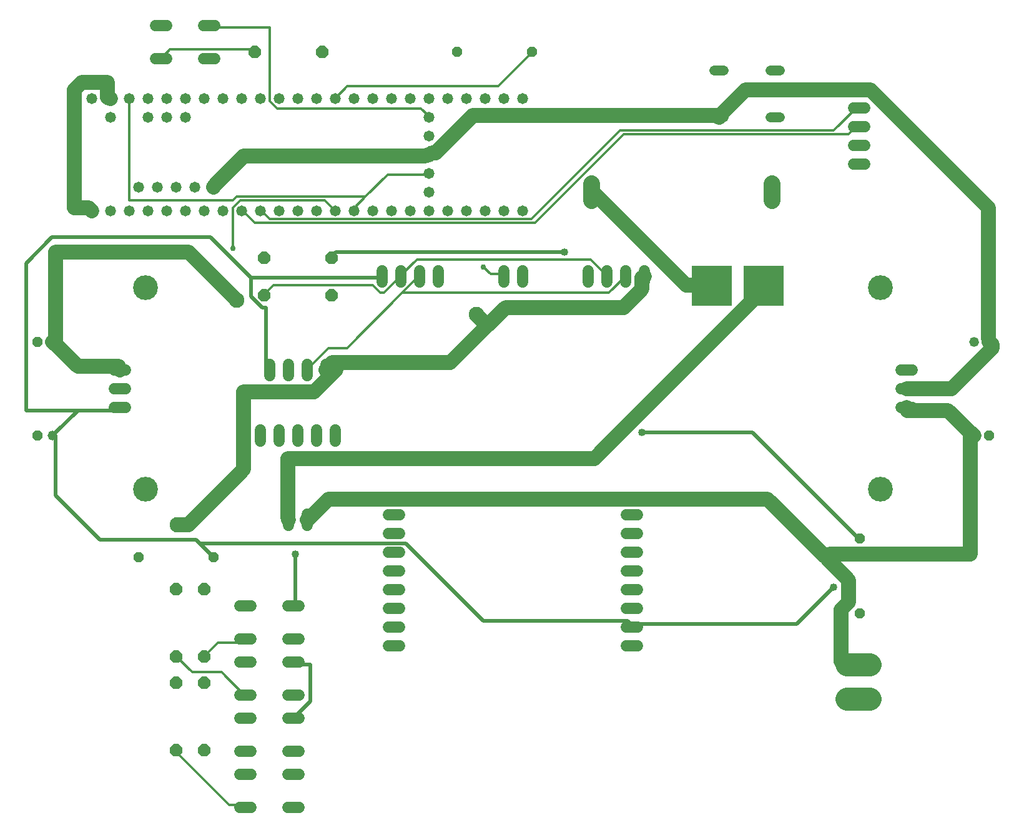
<source format=gbr>
G04 EAGLE Gerber RS-274X export*
G75*
%MOMM*%
%FSLAX34Y34*%
%LPD*%
%INBottom Copper*%
%IPPOS*%
%AMOC8*
5,1,8,0,0,1.08239X$1,22.5*%
G01*
%ADD10P,1.429621X8X22.500000*%
%ADD11C,1.320800*%
%ADD12P,1.429621X8X202.500000*%
%ADD13C,1.524000*%
%ADD14C,2.250000*%
%ADD15R,5.516000X5.516000*%
%ADD16C,3.116000*%
%ADD17C,1.473200*%
%ADD18P,1.814519X8X292.500000*%
%ADD19P,1.429621X8X112.500000*%
%ADD20P,1.814519X8X202.500000*%
%ADD21C,1.320800*%
%ADD22C,2.032000*%
%ADD23C,2.095500*%
%ADD24C,0.508000*%
%ADD25C,1.016000*%
%ADD26C,0.304800*%
%ADD27C,0.756400*%
%ADD28C,3.366000*%


D10*
X645160Y-63500D03*
D11*
X624840Y-63500D03*
D10*
X645160Y63500D03*
D11*
X624840Y63500D03*
D12*
X-645160Y63500D03*
D11*
X-624840Y63500D03*
D12*
X-645160Y-63500D03*
D11*
X-624840Y-63500D03*
D13*
X525780Y-25400D02*
X541020Y-25400D01*
X541020Y0D02*
X525780Y0D01*
X525780Y25400D02*
X541020Y25400D01*
X-525780Y25400D02*
X-541020Y25400D01*
X-541020Y0D02*
X-525780Y0D01*
X-525780Y-25400D02*
X-541020Y-25400D01*
D14*
X106100Y255450D02*
X106100Y277950D01*
X351100Y277950D02*
X351100Y255450D01*
D15*
X269800Y139700D03*
X339800Y139700D03*
D16*
X452220Y-374600D02*
X483380Y-374600D01*
X483380Y-421600D02*
X452220Y-421600D01*
D13*
X-254000Y17780D02*
X-254000Y33020D01*
X-279400Y33020D02*
X-279400Y17780D01*
X-304800Y17780D02*
X-304800Y33020D01*
X-330200Y33020D02*
X-330200Y17780D01*
X177800Y144780D02*
X177800Y160020D01*
X152400Y160020D02*
X152400Y144780D01*
X127000Y144780D02*
X127000Y160020D01*
X101600Y160020D02*
X101600Y144780D01*
X-153670Y-349260D02*
X-168910Y-349260D01*
X-168910Y-323860D02*
X-153670Y-323860D01*
X-153670Y-298460D02*
X-168910Y-298460D01*
X-168910Y-273060D02*
X-153670Y-273060D01*
X-153670Y-247660D02*
X-168910Y-247660D01*
X-168910Y-222260D02*
X-153670Y-222260D01*
X-153670Y-196860D02*
X-168910Y-196860D01*
X-168910Y-171460D02*
X-153670Y-171460D01*
X153670Y-349260D02*
X168910Y-349260D01*
X168910Y-323860D02*
X153670Y-323860D01*
X153670Y-298460D02*
X168910Y-298460D01*
X168910Y-273060D02*
X153670Y-273060D01*
X153670Y-247660D02*
X168910Y-247660D01*
X168910Y-222260D02*
X153670Y-222260D01*
X153670Y-196860D02*
X168910Y-196860D01*
X168910Y-171460D02*
X153670Y-171460D01*
D17*
X-571500Y241300D03*
X-546100Y241300D03*
X-520700Y241300D03*
X-495300Y241300D03*
X-469900Y241300D03*
X-444500Y241300D03*
X-419100Y241300D03*
X-393700Y241300D03*
X-368300Y241300D03*
X-342900Y241300D03*
X-317500Y241300D03*
X-292100Y241300D03*
X-266700Y241300D03*
X-241300Y241300D03*
X-190500Y241300D03*
X-165100Y241300D03*
X-139700Y241300D03*
X-114300Y241300D03*
X-114300Y368300D03*
X-241300Y393700D03*
X-266700Y393700D03*
X-292100Y393700D03*
X-317500Y393700D03*
X-342900Y393700D03*
X-368300Y393700D03*
X-393700Y393700D03*
X-419100Y393700D03*
X-444500Y393700D03*
X-469900Y393700D03*
X-495300Y393700D03*
X-520700Y393700D03*
X-546100Y393700D03*
X-571500Y393700D03*
X-546100Y368300D03*
X-495300Y368300D03*
X-469900Y368300D03*
X-444500Y368300D03*
X-406400Y273050D03*
X-215900Y241300D03*
X-457200Y273050D03*
X-508000Y273050D03*
X-431800Y273050D03*
X-482600Y273050D03*
X-114300Y266700D03*
X-114300Y393700D03*
X-139700Y393700D03*
X-165100Y393700D03*
X-190500Y393700D03*
X-215900Y393700D03*
X-114300Y292100D03*
X-114300Y317500D03*
X-114300Y342900D03*
X-88900Y241300D03*
X-63500Y241300D03*
X-38100Y241300D03*
X-12700Y241300D03*
X12700Y241300D03*
X12700Y393700D03*
X-88900Y393700D03*
X-63500Y393700D03*
X-38100Y393700D03*
X-12700Y393700D03*
D12*
X25400Y457200D03*
X-76200Y457200D03*
D13*
X-292100Y-55880D02*
X-292100Y-71120D01*
X-317500Y-71120D02*
X-317500Y-55880D01*
X-342900Y-55880D02*
X-342900Y-71120D01*
X-266700Y-71120D02*
X-266700Y-55880D01*
X-241300Y-55880D02*
X-241300Y-71120D01*
X461680Y304800D02*
X476920Y304800D01*
X476920Y330200D02*
X461680Y330200D01*
X461680Y355600D02*
X476920Y355600D01*
X476920Y381000D02*
X461680Y381000D01*
D18*
X-419100Y-271780D03*
X-419100Y-363220D03*
X-457200Y-271780D03*
X-457200Y-363220D03*
X-419100Y-398780D03*
X-419100Y-490220D03*
X-457200Y-398780D03*
X-457200Y-490220D03*
D13*
X-370332Y-294894D02*
X-355092Y-294894D01*
X-355092Y-340106D02*
X-370332Y-340106D01*
X-305308Y-294894D02*
X-290068Y-294894D01*
X-290068Y-340106D02*
X-305308Y-340106D01*
X-355092Y-371094D02*
X-370332Y-371094D01*
X-370332Y-416306D02*
X-355092Y-416306D01*
X-305308Y-371094D02*
X-290068Y-371094D01*
X-290068Y-416306D02*
X-305308Y-416306D01*
X-355092Y-447294D02*
X-370332Y-447294D01*
X-370332Y-492506D02*
X-355092Y-492506D01*
X-305308Y-447294D02*
X-290068Y-447294D01*
X-290068Y-492506D02*
X-305308Y-492506D01*
X-355092Y-523494D02*
X-370332Y-523494D01*
X-370332Y-568706D02*
X-355092Y-568706D01*
X-305308Y-523494D02*
X-290068Y-523494D01*
X-290068Y-568706D02*
X-305308Y-568706D01*
D19*
X469900Y-304800D03*
X469900Y-203200D03*
D10*
X-508000Y-228600D03*
X-406400Y-228600D03*
D13*
X-304800Y-185420D02*
X-304800Y-170180D01*
X-279400Y-170180D02*
X-279400Y-185420D01*
X-101600Y144780D02*
X-101600Y160020D01*
X-127000Y160020D02*
X-127000Y144780D01*
X-152400Y144780D02*
X-152400Y160020D01*
X-177800Y160020D02*
X-177800Y144780D01*
D20*
X-246380Y177800D03*
X-337820Y177800D03*
X-246380Y127000D03*
X-337820Y127000D03*
D13*
X-12700Y144780D02*
X-12700Y160020D01*
X12700Y160020D02*
X12700Y144780D01*
D20*
X-259080Y457200D03*
X-350520Y457200D03*
D13*
X-469392Y492506D02*
X-484632Y492506D01*
X-484632Y447294D02*
X-469392Y447294D01*
X-419608Y492506D02*
X-404368Y492506D01*
X-404368Y447294D02*
X-419608Y447294D01*
D21*
X348996Y368300D02*
X362204Y368300D01*
X286004Y368300D02*
X272796Y368300D01*
X348996Y431800D02*
X362204Y431800D01*
X286004Y431800D02*
X272796Y431800D01*
D22*
X590000Y-30000D02*
X620000Y-60000D01*
X590000Y-30000D02*
X535000Y-30000D01*
X620000Y-60000D02*
X624840Y-63500D01*
X535000Y-30000D02*
X533400Y-25400D01*
X-590000Y30000D02*
X-620000Y60000D01*
X-590000Y30000D02*
X-535000Y30000D01*
X-620000Y60000D02*
X-624840Y63500D01*
X-535000Y30000D02*
X-533400Y25400D01*
X-275000Y-175000D02*
X-250000Y-150000D01*
X345000Y-150000D01*
X425000Y-230000D02*
X455000Y-260000D01*
X425000Y-230000D02*
X345000Y-150000D01*
X455000Y-260000D02*
X455000Y-290000D01*
X445000Y-300000D01*
X445000Y-370000D01*
X465000Y-370000D01*
X-275000Y-175000D02*
X-279400Y-177800D01*
X465000Y-370000D02*
X467800Y-374600D01*
X-620000Y60000D02*
X-620000Y185000D01*
X-440000Y185000D01*
X-375000Y120000D01*
X620000Y-60000D02*
X620000Y-225000D01*
X430000Y-225000D01*
X425000Y-230000D01*
D23*
X-375000Y120000D03*
D22*
X110000Y265000D02*
X235000Y140000D01*
X265000Y140000D01*
X110000Y265000D02*
X106100Y266700D01*
X265000Y140000D02*
X269800Y139700D01*
D24*
X-275000Y-425000D02*
X-295000Y-445000D01*
X-275000Y-425000D02*
X-275000Y-375000D01*
X-295000Y-375000D01*
X-295000Y-445000D02*
X-297688Y-447294D01*
X-295000Y-375000D02*
X-297688Y-371094D01*
X-240000Y185000D02*
X70000Y185000D01*
X-240000Y185000D02*
X-245000Y180000D01*
X-246380Y177800D01*
X-295000Y-225000D02*
X-295000Y-290000D01*
X-297688Y-294894D01*
X325000Y-60000D02*
X465000Y-200000D01*
X325000Y-60000D02*
X175000Y-60000D01*
X465000Y-200000D02*
X469900Y-203200D01*
D25*
X70000Y185000D03*
X-295000Y-225000D03*
X175000Y-60000D03*
D24*
X-335000Y30000D02*
X-335000Y110000D01*
X-340000Y110000D01*
X-355000Y125000D01*
X-355000Y150000D01*
X-180000Y150000D01*
X-330200Y25400D02*
X-335000Y30000D01*
X-180000Y150000D02*
X-177800Y152400D01*
X-590000Y-30000D02*
X-620000Y-60000D01*
X-590000Y-30000D02*
X-535000Y-30000D01*
X-620000Y-60000D02*
X-624840Y-63500D01*
X-535000Y-30000D02*
X-533400Y-25400D01*
X-430000Y-205000D02*
X-425000Y-210000D01*
X-406400Y-228600D01*
X-430000Y-205000D02*
X-560000Y-205000D01*
X-620000Y-145000D01*
X-620000Y-65000D01*
X-624840Y-63500D01*
X155000Y-315000D02*
X160000Y-320000D01*
X155000Y-315000D02*
X-40000Y-315000D01*
X-145000Y-210000D01*
X-425000Y-210000D01*
X160000Y-320000D02*
X161290Y-323860D01*
X385000Y-320000D02*
X435000Y-270000D01*
X385000Y-320000D02*
X165000Y-320000D01*
X161290Y-323860D01*
X-355000Y150000D02*
X-410000Y205000D01*
X-625000Y205000D01*
X-660000Y170000D01*
X-660000Y-30000D01*
X-590000Y-30000D01*
D25*
X435000Y-270000D03*
D26*
X125000Y155000D02*
X105000Y175000D01*
X-130000Y175000D01*
X-150000Y155000D01*
X125000Y155000D02*
X127000Y152400D01*
X-150000Y155000D02*
X-152400Y152400D01*
X-325000Y140000D02*
X-335000Y130000D01*
X-325000Y140000D02*
X-190000Y140000D01*
X-180000Y130000D01*
X-175000Y130000D01*
X-155000Y150000D01*
X-335000Y130000D02*
X-337820Y127000D01*
X-155000Y150000D02*
X-152400Y152400D01*
X-150000Y130000D02*
X-225000Y55000D01*
X-150000Y130000D02*
X-130000Y150000D01*
X-225000Y55000D02*
X-250000Y55000D01*
X-275000Y30000D01*
X-130000Y150000D02*
X-127000Y152400D01*
X-275000Y30000D02*
X-279400Y25400D01*
X130000Y130000D02*
X152400Y152400D01*
X130000Y130000D02*
X-150000Y130000D01*
X-200000Y260000D02*
X-170000Y290000D01*
X-200000Y260000D02*
X-215000Y245000D01*
X-170000Y290000D02*
X-115000Y290000D01*
X-215000Y245000D02*
X-215900Y241300D01*
X-115000Y290000D02*
X-114300Y292100D01*
X-520000Y255000D02*
X-520000Y390000D01*
X-520000Y255000D02*
X-380000Y255000D01*
X-375000Y260000D01*
X-200000Y260000D01*
X-520000Y390000D02*
X-520700Y393700D01*
X-20000Y410000D02*
X25000Y455000D01*
X-20000Y410000D02*
X-225000Y410000D01*
X-241300Y393700D01*
X25000Y455000D02*
X25400Y457200D01*
X-241300Y241300D02*
X-255000Y255000D01*
X-370000Y255000D01*
X-380000Y245000D01*
X-380000Y190000D01*
D27*
X-380000Y190000D03*
D26*
X-330000Y230000D02*
X-340000Y240000D01*
X-330000Y230000D02*
X25000Y230000D01*
X145000Y350000D01*
X435000Y350000D01*
X465000Y380000D01*
X-340000Y240000D02*
X-342900Y241300D01*
X465000Y380000D02*
X469300Y381000D01*
X-350000Y225000D02*
X-365000Y240000D01*
X-350000Y225000D02*
X30000Y225000D01*
X150000Y345000D01*
X455000Y345000D01*
X465000Y355000D01*
X-365000Y240000D02*
X-368300Y241300D01*
X465000Y355000D02*
X469300Y355600D01*
X-400000Y-345000D02*
X-415000Y-360000D01*
X-400000Y-345000D02*
X-365000Y-345000D01*
X-415000Y-360000D02*
X-419100Y-363220D01*
X-365000Y-345000D02*
X-362712Y-340106D01*
X-435000Y-385000D02*
X-455000Y-365000D01*
X-435000Y-385000D02*
X-395000Y-385000D01*
X-365000Y-415000D01*
X-455000Y-365000D02*
X-457200Y-363220D01*
X-365000Y-415000D02*
X-362712Y-416306D01*
X-455000Y-495000D02*
X-385000Y-565000D01*
X-365000Y-565000D01*
X-455000Y-495000D02*
X-457200Y-490220D01*
X-365000Y-565000D02*
X-362712Y-568706D01*
X-30000Y155000D02*
X-40000Y165000D01*
X-30000Y155000D02*
X-15000Y155000D01*
X-12700Y152400D01*
D27*
X-40000Y165000D03*
D28*
X498000Y-136500D03*
X498000Y136500D03*
X-498000Y136500D03*
X-498000Y-136500D03*
D26*
X-475000Y450000D02*
X-465000Y460000D01*
X-355000Y460000D01*
X-475000Y450000D02*
X-477012Y447294D01*
X-355000Y460000D02*
X-350520Y457200D01*
X-125000Y380000D02*
X-115000Y370000D01*
X-125000Y380000D02*
X-320000Y380000D01*
X-330000Y390000D01*
X-330000Y490000D01*
X-410000Y490000D01*
X-115000Y370000D02*
X-114300Y368300D01*
X-410000Y490000D02*
X-411988Y492506D01*
D22*
X-305000Y-95000D02*
X-305000Y-175000D01*
X-305000Y-95000D02*
X110000Y-95000D01*
X340000Y135000D01*
X-305000Y-175000D02*
X-304800Y-177800D01*
X340000Y135000D02*
X339800Y139700D01*
X-245000Y35000D02*
X-250000Y30000D01*
X-240000Y35000D02*
X-85000Y35000D01*
X-240000Y35000D02*
X-245000Y35000D01*
X-35000Y85000D02*
X-10000Y110000D01*
X-35000Y85000D02*
X-85000Y35000D01*
X-10000Y110000D02*
X150000Y110000D01*
X175000Y135000D01*
X175000Y150000D01*
X-250000Y30000D02*
X-254000Y25400D01*
X175000Y150000D02*
X177800Y152400D01*
X-35000Y85000D02*
X-50000Y100000D01*
X-440000Y-185000D02*
X-455000Y-185000D01*
X-440000Y-185000D02*
X-365000Y-110000D01*
X-365000Y-5000D01*
X-270000Y-5000D01*
X-240000Y25000D01*
X-240000Y35000D01*
D23*
X-50000Y100000D03*
X-455000Y-185000D03*
D22*
X-550000Y395000D02*
X-550000Y415000D01*
X-585000Y415000D01*
X-595000Y405000D01*
X-595000Y245000D01*
X-575000Y245000D01*
X-546100Y393700D02*
X-550000Y395000D01*
X-575000Y245000D02*
X-571500Y241300D01*
X533400Y0D02*
X595000Y0D01*
X650000Y55000D01*
X650000Y60000D01*
X645160Y63500D01*
X275000Y370000D02*
X-55000Y370000D01*
X-105000Y320000D01*
X-110000Y320000D01*
X275000Y370000D02*
X279400Y368300D01*
X-110000Y320000D02*
X-114300Y317500D01*
X315000Y405000D02*
X485000Y405000D01*
X315000Y405000D02*
X285000Y375000D01*
X645000Y70000D02*
X645160Y63500D01*
X279400Y368300D02*
X285000Y375000D01*
X-365000Y315000D02*
X-405000Y275000D01*
X-365000Y315000D02*
X-120000Y315000D01*
X-405000Y275000D02*
X-406400Y273050D01*
X-120000Y315000D02*
X-114300Y317500D01*
X485000Y405000D02*
X645000Y245000D01*
X645000Y70000D01*
M02*

</source>
